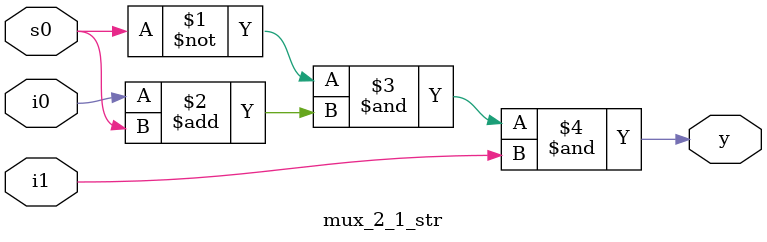
<source format=v>
`timescale 1ns / 1ps


module mux_2_1_str(i0,i1,s0,y);
    input i0,i1,s0;
    output y;
    assign y=(~s0)&i0+s0&i1;
endmodule

</source>
